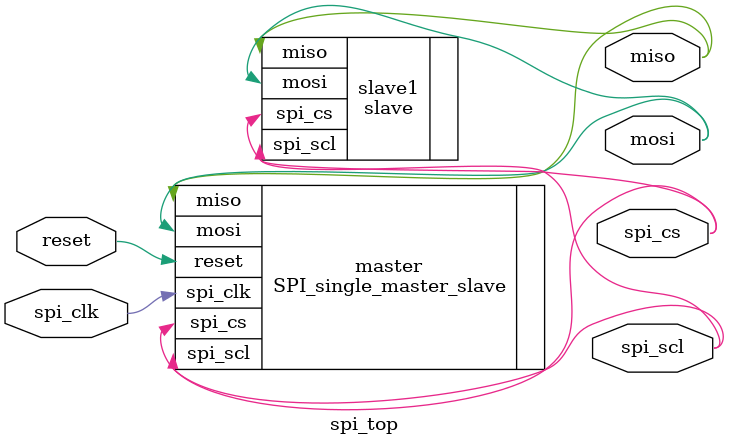
<source format=v>
module spi_top(spi_clk,reset,miso,mosi,spi_scl,spi_cs);
input spi_clk,reset;
output miso;
output mosi;
output spi_scl,spi_cs;

SPI_single_master_slave master(
	.spi_clk(spi_clk),
	.reset(reset),
	.miso(miso),
	.mosi(mosi),
	.spi_scl(spi_scl),
	.spi_cs(spi_cs)
);

slave slave1(
	.spi_scl(spi_scl),
	.spi_cs(spi_cs),
	.mosi(mosi),
	.miso(miso)
);
endmodule
</source>
